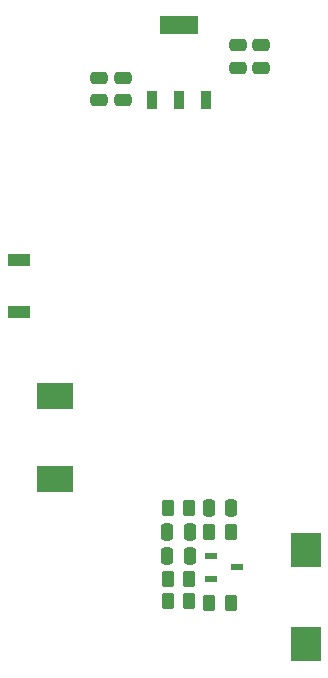
<source format=gbr>
%TF.GenerationSoftware,KiCad,Pcbnew,7.0.8*%
%TF.CreationDate,2023-10-07T14:56:37+02:00*%
%TF.ProjectId,AxxSolder,41787853-6f6c-4646-9572-2e6b69636164,rev?*%
%TF.SameCoordinates,Original*%
%TF.FileFunction,Paste,Top*%
%TF.FilePolarity,Positive*%
%FSLAX46Y46*%
G04 Gerber Fmt 4.6, Leading zero omitted, Abs format (unit mm)*
G04 Created by KiCad (PCBNEW 7.0.8) date 2023-10-07 14:56:37*
%MOMM*%
%LPD*%
G01*
G04 APERTURE LIST*
G04 Aperture macros list*
%AMRoundRect*
0 Rectangle with rounded corners*
0 $1 Rounding radius*
0 $2 $3 $4 $5 $6 $7 $8 $9 X,Y pos of 4 corners*
0 Add a 4 corners polygon primitive as box body*
4,1,4,$2,$3,$4,$5,$6,$7,$8,$9,$2,$3,0*
0 Add four circle primitives for the rounded corners*
1,1,$1+$1,$2,$3*
1,1,$1+$1,$4,$5*
1,1,$1+$1,$6,$7*
1,1,$1+$1,$8,$9*
0 Add four rect primitives between the rounded corners*
20,1,$1+$1,$2,$3,$4,$5,0*
20,1,$1+$1,$4,$5,$6,$7,0*
20,1,$1+$1,$6,$7,$8,$9,0*
20,1,$1+$1,$8,$9,$2,$3,0*%
G04 Aperture macros list end*
%ADD10RoundRect,0.250000X0.250000X0.475000X-0.250000X0.475000X-0.250000X-0.475000X0.250000X-0.475000X0*%
%ADD11RoundRect,0.250000X-0.250000X-0.475000X0.250000X-0.475000X0.250000X0.475000X-0.250000X0.475000X0*%
%ADD12RoundRect,0.250000X0.475000X-0.250000X0.475000X0.250000X-0.475000X0.250000X-0.475000X-0.250000X0*%
%ADD13RoundRect,0.250000X0.262500X0.450000X-0.262500X0.450000X-0.262500X-0.450000X0.262500X-0.450000X0*%
%ADD14R,1.050000X0.600000*%
%ADD15R,3.150000X2.200000*%
%ADD16RoundRect,0.250000X-0.262500X-0.450000X0.262500X-0.450000X0.262500X0.450000X-0.262500X0.450000X0*%
%ADD17R,2.500000X3.000000*%
%ADD18RoundRect,0.250000X-0.475000X0.250000X-0.475000X-0.250000X0.475000X-0.250000X0.475000X0.250000X0*%
%ADD19R,1.930000X1.000000*%
%ADD20R,0.950000X1.650000*%
%ADD21R,3.250000X1.650000*%
G04 APERTURE END LIST*
D10*
%TO.C,C9*%
X122450000Y-99500000D03*
X120550000Y-99500000D03*
%TD*%
D11*
%TO.C,C10*%
X117050000Y-103500000D03*
X118950000Y-103500000D03*
%TD*%
D12*
%TO.C,C13*%
X123000000Y-62200000D03*
X123000000Y-60300000D03*
%TD*%
D13*
%TO.C,R12*%
X118912500Y-99500000D03*
X117087500Y-99500000D03*
%TD*%
D12*
%TO.C,C6*%
X125000000Y-62200000D03*
X125000000Y-60300000D03*
%TD*%
D14*
%TO.C,Q2*%
X120700000Y-103550000D03*
X120700000Y-105450000D03*
X122900000Y-104500000D03*
%TD*%
D13*
%TO.C,R16*%
X122412500Y-101500000D03*
X120587500Y-101500000D03*
%TD*%
D15*
%TO.C,D8*%
X107500000Y-97000000D03*
X107500000Y-90000000D03*
%TD*%
D16*
%TO.C,R11*%
X117087500Y-107350000D03*
X118912500Y-107350000D03*
%TD*%
D17*
%TO.C,LS1*%
X128750000Y-103000000D03*
X128750000Y-111000000D03*
%TD*%
D16*
%TO.C,R17*%
X120587500Y-107500000D03*
X122412500Y-107500000D03*
%TD*%
D18*
%TO.C,C19*%
X111250000Y-63050000D03*
X111250000Y-64950000D03*
%TD*%
D19*
%TO.C,D7*%
X104500000Y-82900000D03*
X104500000Y-78500000D03*
%TD*%
D20*
%TO.C,PS1*%
X115700000Y-64900000D03*
X118000000Y-64900000D03*
X120300000Y-64900000D03*
D21*
X118000000Y-58600000D03*
%TD*%
D18*
%TO.C,C22*%
X113250000Y-63050000D03*
X113250000Y-64950000D03*
%TD*%
D13*
%TO.C,R13*%
X118912500Y-105500000D03*
X117087500Y-105500000D03*
%TD*%
D11*
%TO.C,C8*%
X117050000Y-101500000D03*
X118950000Y-101500000D03*
%TD*%
M02*

</source>
